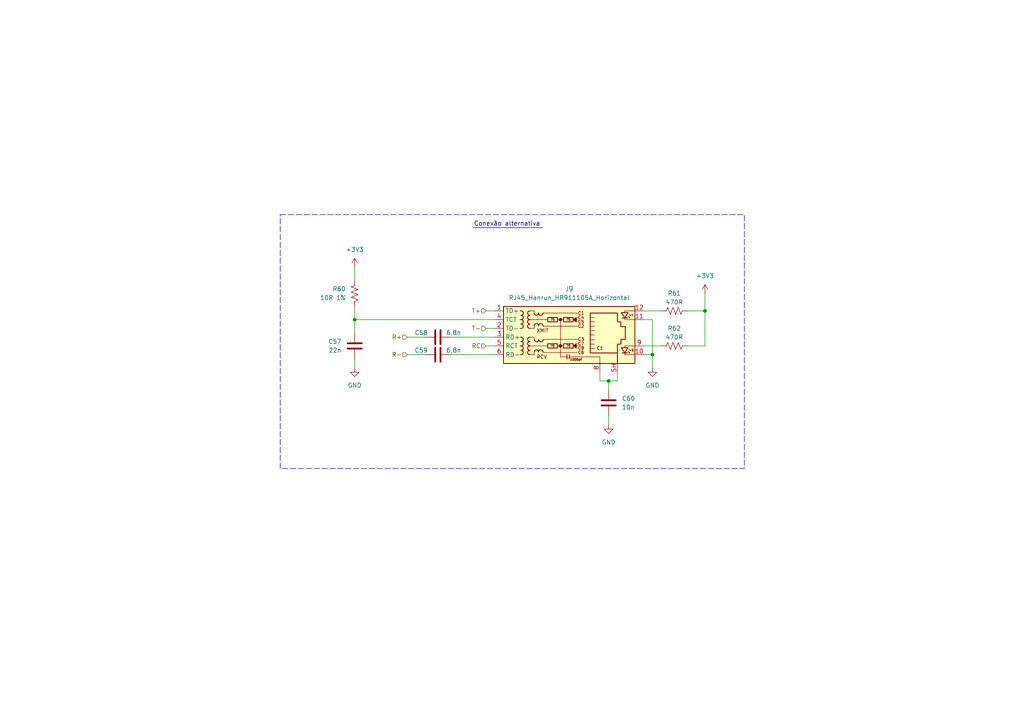
<source format=kicad_sch>
(kicad_sch (version 20231120) (generator "eeschema") (generator_version "8.0")
  (paper "A4")
  (title_block (title "SFP_IC") (date "2025-11-07") (rev "v1.0") (company "UNIFEI-LABTEL") (comment 1 "Autor: Josué Benevides Sanchez"))
  (lib_symbols
    (symbol "Connector:RJ45_Hanrun_HR911105A_Horizontal"
      (property "Reference" "J" (at 18.415 10.16 0))
      (property "Value" "RJ45_Hanrun_HR911105A_Horizontal" (at -19.05 10.16 0))
      (symbol "RJ45_Hanrun_HR911105A_Horizontal_0_0"
        (circle (center -1.27 -2.54) (radius 0.0001) (stroke (width 0.508)))
        (circle (center -1.27 5.08) (radius 0.0001) (stroke (width 0.508)))
        (polyline (pts (xy -1.27 5.08) (xy -1.27 -5.715)))
        (polyline (pts (xy 0.635 -5.08) (xy 0.635 -6.35)) (stroke (width 0.254)))
        (polyline (pts (xy 1.27 -5.08) (xy 1.27 -6.35)) (stroke (width 0.254)))
        (polyline (pts (xy 3.048 -2.54) (xy 2.54 -2.54)))
        (polyline (pts (xy 3.048 5.08) (xy 2.54 5.08)))
        (polyline (pts (xy 17.399 -3.048) (xy 17.399 -2.54) (xy 20.32 -2.54)))
        (polyline (pts (xy 17.399 7.112) (xy 17.399 7.62) (xy 20.32 7.62)))
        (polyline (pts (xy 20.32 -5.08) (xy 17.399 -5.08) (xy 17.399 -4.572)))
        (polyline (pts (xy 20.32 5.08) (xy 17.399 5.08) (xy 17.399 5.588)))
        (polyline (pts (xy 3.683 -1.905) (xy 3.048 -1.905) (xy 3.048 -3.175) (xy 3.683 -3.175)))
        (polyline (pts (xy 3.683 5.715) (xy 3.048 5.715) (xy 3.048 4.445) (xy 3.683 4.445)))
        (circle (center 3.048 -2.54) (radius 0.0001) (stroke (width 0.508)))
        (circle (center 3.048 5.08) (radius 0.0001) (stroke (width 0.508)))
        (text "C1" (at 4.699 6.985 0) (effects (font (size 0.889 0.889))))
        (text "C1" (at 10.16 -3.175 0) (effects (font (size 0.889 0.889))))
        (text "C2" (at 4.699 3.175 0) (effects (font (size 0.889 0.889))))
        (text "C3" (at 4.699 -0.635 0) (effects (font (size 0.889 0.889))))
        (text "C4" (at 4.699 5.715 0) (effects (font (size 0.889 0.889))))
        (text "C5" (at 4.699 4.445 0) (effects (font (size 0.889 0.889))))
        (text "C6" (at 4.699 -4.445 0) (effects (font (size 0.889 0.889))))
        (text "C7" (at 4.699 -1.905 0) (effects (font (size 0.889 0.889))))
        (text "C8" (at 4.699 -3.175 0) (effects (font (size 0.889 0.889))))
        (text "RCV" (at -8.255 -5.715 0) (effects (font (size 1.016 1.016)) (justify left)))
        (text "XMIT" (at -8.255 1.905 0) (effects (font (size 1.016 1.016)) (justify left)))
      )
      (symbol "RJ45_Hanrun_HR911105A_Horizontal_0_1"
        (rectangle (start -17.78 8.89) (end 20.32 -7.62) (stroke (width 0.254)) (fill (type background)))
        (polyline (pts (xy -12.7 -5.08) (xy -13.081 -5.08)))
        (polyline (pts (xy -12.7 -2.54) (xy -13.081 -2.54)))
        (polyline (pts (xy -12.7 0) (xy -13.081 0)))
        (polyline (pts (xy -12.7 2.54) (xy -13.081 2.54)))
        (polyline (pts (xy -12.7 5.08) (xy -13.081 5.08)))
        (polyline (pts (xy -12.7 7.62) (xy -13.081 7.62)))
        (polyline (pts (xy -6.35 -4.445) (xy 3.683 -4.445)))
        (polyline (pts (xy -6.35 3.175) (xy 3.683 3.175)))
        (polyline (pts (xy -6.35 6.985) (xy 3.683 6.985)))
        (polyline (pts (xy -6.223 -0.635) (xy 3.683 -0.635)))
        (polyline (pts (xy -5.08 -2.54) (xy -10.16 -2.54)))
        (polyline (pts (xy -4.953 5.08) (xy -10.16 5.08)))
        (polyline (pts (xy -2.159 -2.54) (xy -0.381 -2.54)))
        (polyline (pts (xy -2.159 5.08) (xy -0.381 5.08)))
        (polyline (pts (xy 0.635 -5.715) (xy -1.27 -5.715)))
        (polyline (pts (xy 7.366 -2.032) (xy 8.636 -2.032)))
        (polyline (pts (xy 7.366 -0.762) (xy 8.636 -0.762)))
        (polyline (pts (xy 7.366 0.635) (xy 8.636 0.635)))
        (polyline (pts (xy 7.366 1.905) (xy 8.636 1.905)))
        (polyline (pts (xy 7.366 3.175) (xy 8.636 3.175)))
        (polyline (pts (xy 8.636 -3.302) (xy 7.366 -3.302)))
        (polyline (pts (xy 8.636 4.445) (xy 7.366 4.445)))
        (polyline (pts (xy 8.636 5.715) (xy 7.366 5.715)))
        (polyline (pts (xy 10.16 -5.715) (xy 1.27 -5.715)))
        (polyline (pts (xy 10.16 -5.715) (xy 10.16 -7.62)))
        (polyline (pts (xy -10.16 0) (xy -8.89 0) (xy -8.89 -0.635)))
        (polyline (pts (xy -10.16 7.62) (xy -8.89 7.62) (xy -8.89 6.985)))
        (polyline (pts (xy -8.89 -4.445) (xy -8.89 -5.08) (xy -10.16 -5.08)))
        (polyline (pts (xy -8.89 3.175) (xy -8.89 2.54) (xy -10.16 2.54)))
      )
      (symbol "RJ45_Hanrun_HR911105A_Horizontal_1_0"
        (text "1000pF" (at 3.302 -6.477 0) (effects (font (size 0.635 0.635))))
      )
      (symbol "RJ45_Hanrun_HR911105A_Horizontal_1_1"
        (arc (start -12.7 -1.27) (mid -12.0677 -0.635) (end -12.7 0) (stroke (width 0.254)))
        (arc (start -12.6973 -5.08) (mid -12.065 -4.445) (end -12.6973 -3.81) (stroke (width 0.254)))
        (arc (start -12.6973 -3.81) (mid -12.065 -3.175) (end -12.6973 -2.54) (stroke (width 0.254)))
        (arc (start -12.6973 -2.54) (mid -12.065 -1.905) (end -12.6973 -1.27) (stroke (width 0.254)))
        (arc (start -12.6973 6.35) (mid -12.065 6.985) (end -12.6973 7.62) (stroke (width 0.254)))
        (arc (start -12.6946 2.54) (mid -12.0623 3.175) (end -12.6946 3.81) (stroke (width 0.254)))
        (arc (start -12.6946 3.81) (mid -12.0623 4.445) (end -12.6946 5.08) (stroke (width 0.254)))
        (arc (start -12.6946 5.08) (mid -12.0623 5.715) (end -12.6946 6.35) (stroke (width 0.254)))
        (arc (start -10.1654 -2.54) (mid -10.7977 -3.175) (end -10.1654 -3.81) (stroke (width 0.254)))
        (arc (start -10.1654 -1.27) (mid -10.7977 -1.905) (end -10.1654 -2.54) (stroke (width 0.254)))
        (arc (start -10.1654 0) (mid -10.7977 -0.635) (end -10.1654 -1.27) (stroke (width 0.254)))
        (arc (start -10.1654 5.08) (mid -10.7977 4.445) (end -10.1654 3.81) (stroke (width 0.254)))
        (arc (start -10.1654 6.35) (mid -10.7977 5.715) (end -10.1654 5.08) (stroke (width 0.254)))
        (arc (start -10.1654 7.62) (mid -10.7977 6.985) (end -10.1654 6.35) (stroke (width 0.254)))
        (arc (start -10.1627 -3.81) (mid -10.795 -4.445) (end -10.1627 -5.08) (stroke (width 0.254)))
        (arc (start -10.1627 3.81) (mid -10.795 3.175) (end -10.1627 2.54) (stroke (width 0.254)))
        (arc (start -8.89 6.9823) (mid -8.255 6.35) (end -7.62 6.9823) (stroke (width 0.254)))
        (arc (start -8.8265 -0.7012) (mid -8.1915 -1.3335) (end -7.5565 -0.7012) (stroke (width 0.254)))
        (arc (start -7.62 -4.3153) (mid -8.255 -3.683) (end -8.89 -4.3153) (stroke (width 0.254)))
        (arc (start -7.62 3.3047) (mid -8.255 3.937) (end -8.89 3.3047) (stroke (width 0.254)))
        (arc (start -7.62 6.985) (mid -6.985 6.3527) (end -6.35 6.985) (stroke (width 0.254)))
        (arc (start -7.5565 -0.6985) (mid -6.9215 -1.3308) (end -6.2865 -0.6985) (stroke (width 0.254)))
        (arc (start -6.35 -4.3126) (mid -6.985 -3.6803) (end -7.62 -4.3126) (stroke (width 0.254)))
        (arc (start -6.35 3.3074) (mid -6.985 3.9397) (end -7.62 3.3074) (stroke (width 0.254)))
        (rectangle (start -4.953 -1.905) (end -2.159 -3.175) (stroke (width 0.254)))
        (rectangle (start -4.953 5.715) (end -2.159 4.445) (stroke (width 0.254)))
        (rectangle (start -0.381 -1.905) (end 2.413 -3.175) (stroke (width 0.254)))
        (rectangle (start -0.381 5.715) (end 2.413 4.445) (stroke (width 0.254)))
        (polyline (pts (xy 15.24 -7.62) (xy 15.24 -4.572)) (stroke (width 0.254)))
        (polyline (pts (xy 18.161 -4.572) (xy 16.637 -4.572)) (stroke (width 0.254)))
        (polyline (pts (xy 18.161 5.588) (xy 16.637 5.588)) (stroke (width 0.254)))
        (polyline (pts (xy 18.796 -4.572) (xy 18.796 -4.318)))
        (polyline (pts (xy 18.796 5.588) (xy 18.796 5.842)))
        (polyline (pts (xy 19.05 -3.937) (xy 19.05 -3.683)))
        (polyline (pts (xy 19.05 6.223) (xy 19.05 6.477)))
        (polyline (pts (xy 18.288 -4.064) (xy 18.796 -4.572) (xy 18.542 -4.572)))
        (polyline (pts (xy 18.288 6.096) (xy 18.796 5.588) (xy 18.542 5.588)))
        (polyline (pts (xy 18.542 -3.429) (xy 19.05 -3.937) (xy 18.796 -3.937)))
        (polyline (pts (xy 18.542 6.731) (xy 19.05 6.223) (xy 18.796 6.223)))
        (polyline (pts (xy 18.288 -3.048) (xy 16.383 -3.048) (xy 17.399 -4.572) (xy 18.288 -3.048)) (stroke (width 0.254)))
        (polyline (pts (xy 18.288 7.112) (xy 16.383 7.112) (xy 17.399 5.588) (xy 18.288 7.112)) (stroke (width 0.254)))
        (polyline (pts (xy 7.366 -4.572) (xy 7.366 6.985) (xy 15.24 6.985) (xy 15.24 4.445) (xy 16.256 4.445) (xy 16.256 3.048) (xy 17.526 3.048) (xy 17.526 -0.635) (xy 16.256 -0.635) (xy 16.256 -2.032) (xy 15.24 -2.032) (xy 15.24 -4.572) (xy 7.366 -4.572)) (stroke (width 0.254)))
        (text "75" (at -3.556 -2.54 0) (effects (font (size 0.635 0.635))))
        (text "75" (at -3.556 5.08 0) (effects (font (size 0.635 0.635))))
        (text "75" (at 1.016 -2.54 0) (effects (font (size 0.635 0.635))))
        (text "75" (at 1.016 5.08 0) (effects (font (size 0.635 0.635))))
        (text "G" (at 19.685 -3.81 0) (effects (font (size 0.635 0.635))))
        (text "Y" (at 19.558 6.35 0) (effects (font (size 0.635 0.635))))
        (pin passive line (at -20.32 7.62 0) (length 2.54) (name "TD+") (number "1"))
        (pin passive line (at 22.86 -5.08 180) (length 2.54) (name "") (number "10"))
        (pin passive line (at 22.86 5.08 180) (length 2.54) (name "") (number "11"))
        (pin passive line (at 22.86 7.62 180) (length 2.54) (name "") (number "12"))
        (pin passive line (at -20.32 2.54 0) (length 2.54) (name "TD-") (number "2"))
        (pin passive line (at -20.32 0 0) (length 2.54) (name "RD+") (number "3"))
        (pin passive line (at -20.32 5.08 0) (length 2.54) (name "TCT") (number "4"))
        (pin passive line (at -20.32 -2.54 0) (length 2.54) (name "RCT") (number "5"))
        (pin passive line (at -20.32 -5.08 0) (length 2.54) (name "RD-") (number "6"))
        (pin no_connect line (at 20.32 0 0) (length 0) hide (name "NC") (number "7"))
        (pin power_in line (at 10.16 -10.16 90) (length 2.54) (name "") (number "8"))
        (pin passive line (at 22.86 -2.54 180) (length 2.54) (name "") (number "9"))
        (pin passive line (at 15.24 -10.16 90) (length 2.54) (name "") (number "SH"))
      )
    )
    (symbol "Device:C" (pin_numbers hide) (pin_names (offset 0.254))
      (property "Reference" "C" (at 0.635 2.54 0))
      (property "Value" "C" (at 0.635 -2.54 0))
      (symbol "C_0_1"
        (polyline (pts (xy -2.032 -0.762) (xy 2.032 -0.762)) (stroke (width 0.508)))
        (polyline (pts (xy -2.032 0.762) (xy 2.032 0.762)) (stroke (width 0.508)))
      )
      (symbol "C_1_1"
        (pin passive line (at 0 3.81 270) (length 2.794) (name "~") (number "1"))
        (pin passive line (at 0 -3.81 90) (length 2.794) (name "~") (number "2"))
      )
    )
    (symbol "Device:R_US" (pin_numbers hide) (pin_names (offset 0))
      (property "Reference" "R" (at 2.54 0 90))
      (property "Value" "R_US" (at -2.54 0 90))
      (symbol "R_US_0_1"
        (polyline (pts (xy 0 -2.286) (xy 0 -2.54)))
        (polyline (pts (xy 0 2.286) (xy 0 2.54)))
        (polyline (pts (xy 0 -0.762) (xy 1.016 -1.143) (xy 0 -1.524) (xy -1.016 -1.905) (xy 0 -2.286)))
        (polyline (pts (xy 0 0.762) (xy 1.016 0.381) (xy 0 0) (xy -1.016 -0.381) (xy 0 -0.762)))
        (polyline (pts (xy 0 2.286) (xy 1.016 1.905) (xy 0 1.524) (xy -1.016 1.143) (xy 0 0.762)))
      )
      (symbol "R_US_1_1"
        (pin passive line (at 0 3.81 270) (length 1.27) (name "~") (number "1"))
        (pin passive line (at 0 -3.81 90) (length 1.27) (name "~") (number "2"))
      )
    )
    (symbol "power:+3V3" (power) (pin_numbers hide) (pin_names (offset 0) hide)
      (property "Value" "+3V3" (at 0 3.556 0))
      (symbol "+3V3_0_1"
        (polyline (pts (xy -0.762 1.27) (xy 0 2.54)))
        (polyline (pts (xy 0 0) (xy 0 2.54)))
        (polyline (pts (xy 0 2.54) (xy 0.762 1.27)))
      )
      (symbol "+3V3_1_1"
        (pin power_in line (at 0 0 90) (length 0) (name "~") (number "1"))
      )
    )
    (symbol "power:GND" (power) (pin_numbers hide) (pin_names (offset 0) hide)
      (property "Value" "GND" (at 0 -3.81 0))
      (symbol "GND_0_1"
        (polyline (pts (xy 0 0) (xy 0 -1.27) (xy 1.27 -1.27) (xy 0 -2.54) (xy -1.27 -1.27) (xy 0 -1.27)))
      )
      (symbol "GND_1_1"
        (pin power_in line (at 0 0 270) (length 0) (name "~") (number "1"))
      )
    )
  )
  (junction (at 189.23 102.87))
  (junction (at 102.87 92.71))
  (junction (at 204.47 90.17))
  (junction (at 176.53 110.49))
  (wire (pts (xy 173.99 107.95) (xy 173.99 110.49)))
  (wire (pts (xy 186.69 92.71) (xy 189.23 92.71)))
  (wire (pts (xy 102.87 104.14) (xy 102.87 106.68)))
  (wire (pts (xy 173.99 110.49) (xy 176.53 110.49)))
  (wire (pts (xy 118.11 97.79) (xy 123.19 97.79)))
  (wire (pts (xy 176.53 110.49) (xy 176.53 113.03)))
  (wire (pts (xy 102.87 88.9) (xy 102.87 92.71)))
  (wire (pts (xy 204.47 85.09) (xy 204.47 90.17)))
  (wire (pts (xy 186.69 102.87) (xy 189.23 102.87)))
  (wire (pts (xy 186.69 90.17) (xy 191.77 90.17)))
  (wire (pts (xy 204.47 90.17) (xy 199.39 90.17)))
  (wire (pts (xy 130.81 102.87) (xy 143.51 102.87)))
  (wire (pts (xy 102.87 77.47) (xy 102.87 81.28)))
  (polyline (pts (xy 137.16 66.04) (xy 157.48 66.04)))
  (wire (pts (xy 179.07 107.95) (xy 179.07 110.49)))
  (wire (pts (xy 102.87 92.71) (xy 102.87 96.52)))
  (wire (pts (xy 186.69 100.33) (xy 191.77 100.33)))
  (wire (pts (xy 140.97 95.25) (xy 143.51 95.25)))
  (wire (pts (xy 102.87 92.71) (xy 143.51 92.71)))
  (wire (pts (xy 189.23 102.87) (xy 189.23 106.68)))
  (wire (pts (xy 204.47 100.33) (xy 204.47 90.17)))
  (wire (pts (xy 118.11 102.87) (xy 123.19 102.87)))
  (wire (pts (xy 199.39 100.33) (xy 204.47 100.33)))
  (wire (pts (xy 189.23 92.71) (xy 189.23 102.87)))
  (wire (pts (xy 140.97 90.17) (xy 143.51 90.17)))
  (wire (pts (xy 140.97 100.33) (xy 143.51 100.33)))
  (wire (pts (xy 176.53 120.65) (xy 176.53 123.19)))
  (wire (pts (xy 130.81 97.79) (xy 143.51 97.79)))
  (wire (pts (xy 179.07 110.49) (xy 176.53 110.49)))
  (rectangle (start 81.28 62.23) (end 215.9 135.89) (stroke (width 0) (type dash)))
  (text "Conexão alternativa" (at 147.066 65.024 0) (effects (font (size 1.27 1.27))))
  (hierarchical_label "R-" (shape input) (at 118.11 102.87 180))
  (hierarchical_label "RC" (shape input) (at 140.97 100.33 180))
  (hierarchical_label "R+" (shape input) (at 118.11 97.79 180))
  (hierarchical_label "T+" (shape input) (at 140.97 90.17 180))
  (hierarchical_label "T-" (shape input) (at 140.97 95.25 180))
  (symbol (lib_id "power:GND") (at 102.87 106.68 0) (unit 1) (in_bom no) (on_board no)
    (property "Reference" "#PWR073" (effects (hide yes)))
    (property "Value" "GND" (at 102.87 111.76 0))
    (property "Description" "Power symbol creates a global label with name \"GND\" , ground" (effects (hide yes)))
  )
  (symbol (lib_id "power:GND") (at 189.23 106.68 0) (unit 1) (in_bom no) (on_board no)
    (property "Reference" "#PWR075" (effects (hide yes)))
    (property "Value" "GND" (at 189.23 111.76 0))
    (property "Description" "Power symbol creates a global label with name \"GND\" , ground" (effects (hide yes)))
  )
  (symbol (lib_id "Connector:RJ45_Hanrun_HR911105A_Horizontal") (at 163.83 97.79 0) (unit 1) (in_bom no) (on_board no)
    (property "Reference" "J9" (at 165.1 83.82 0))
    (property "Value" "RJ45_Hanrun_HR911105A_Horizontal" (at 165.1 86.36 0))
    (property "Footprint" "Connector_RJ:RJ45_Hanrun_HR911105A_Horizontal" (effects (hide yes)))
    (property "Datasheet" "https://datasheet.lcsc.com/lcsc/1811141815_HANRUN-Zhongshan-HanRun-Elec-HR911105A_C12074.pdf" (effects (hide yes)))
    (property "Description" "1 Port RJ45 Magjack Connector Through Hole 10/100 Base-T, AutoMDIX" (effects (hide yes)))
  )
  (symbol (lib_id "Device:C") (at 127 97.79 90) (unit 1) (in_bom no) (on_board no)
    (property "Reference" "C58" (at 122.174 96.52 90))
    (property "Value" "6,8n" (at 131.572 96.52 90))
    (property "Footprint" "Capacitor_SMD:C_0603_1608Metric" (effects (hide yes)))
    (property "Description" "Unpolarized capacitor" (effects (hide yes)))
    (property "JLCPCB Part #" "C1631" (effects (hide yes)))
  )
  (symbol (lib_id "Device:R_US") (at 195.58 90.17 90) (unit 1) (in_bom no) (on_board no)
    (property "Reference" "R61" (at 195.58 85.09 90))
    (property "Value" "470R" (at 195.58 87.63 90))
    (property "Footprint" "Resistor_SMD:R_0603_1608Metric" (effects (hide yes)))
    (property "Description" "Resistor, US symbol" (effects (hide yes)))
    (property "JLCPCB Part #" "C23179" (effects (hide yes)))
  )
  (symbol (lib_id "power:+3V3") (at 204.47 85.09 0) (unit 1) (in_bom no) (on_board no)
    (property "Reference" "#PWR076" (effects (hide yes)))
    (property "Value" "+3V3" (at 204.47 80.01 0))
    (property "Description" "Power symbol creates a global label with name \"+3V3\"" (effects (hide yes)))
  )
  (symbol (lib_id "Device:C") (at 176.53 116.84 0) (unit 1) (in_bom no) (on_board no)
    (property "Reference" "C60" (at 180.34 115.5699 0) (effects (justify left)))
    (property "Value" "10n" (at 180.34 118.1099 0) (effects (justify left)))
    (property "Footprint" "Capacitor_SMD:C_0402_1005Metric" (effects (hide yes)))
    (property "Description" "Unpolarized capacitor" (effects (hide yes)))
    (property "JLCPCB Part #" "C15195" (effects (hide yes)))
  )
  (symbol (lib_id "power:+3V3") (at 102.87 77.47 0) (unit 1) (in_bom no) (on_board no)
    (property "Reference" "#PWR072" (effects (hide yes)))
    (property "Value" "+3V3" (at 102.87 72.39 0))
    (property "Description" "Power symbol creates a global label with name \"+3V3\"" (effects (hide yes)))
  )
  (symbol (lib_id "Device:C") (at 102.87 100.33 0) (unit 1) (in_bom no) (on_board no)
    (property "Reference" "C57" (at 99.06 99.0599 0) (effects (justify right)))
    (property "Value" "22n" (at 99.06 101.5999 0) (effects (justify right)))
    (property "Footprint" "Capacitor_SMD:C_0402_1005Metric" (effects (hide yes)))
    (property "Description" "Unpolarized capacitor" (effects (hide yes)))
    (property "JLCPCB Part #" "C1532" (effects (hide yes)))
  )
  (symbol (lib_id "Device:R_US") (at 102.87 85.09 0) (mirror x) (unit 1) (in_bom no) (on_board no)
    (property "Reference" "R60" (at 100.33 83.8199 0) (effects (justify right)))
    (property "Value" "10R 1%" (at 100.33 86.3599 0) (effects (justify right)))
    (property "Footprint" "Resistor_SMD:R_0402_1005Metric" (effects (hide yes)))
    (property "Description" "Resistor, US symbol" (effects (hide yes)))
    (property "JLCPCB Part #" "C25077" (effects (hide yes)))
  )
  (symbol (lib_id "Device:C") (at 127 102.87 90) (unit 1) (in_bom no) (on_board no)
    (property "Reference" "C59" (at 122.174 101.6 90))
    (property "Value" "6,8n" (at 131.572 101.6 90))
    (property "Footprint" "Capacitor_SMD:C_0603_1608Metric" (effects (hide yes)))
    (property "Description" "Unpolarized capacitor" (effects (hide yes)))
    (property "JLCPCB Part #" "C1631" (effects (hide yes)))
  )
  (symbol (lib_id "power:GND") (at 176.53 123.19 0) (unit 1) (in_bom no) (on_board no)
    (property "Reference" "#PWR074" (effects (hide yes)))
    (property "Value" "GND" (at 176.53 128.27 0))
    (property "Description" "Power symbol creates a global label with name \"GND\" , ground" (effects (hide yes)))
  )
  (symbol (lib_id "Device:R_US") (at 195.58 100.33 90) (unit 1) (in_bom no) (on_board no)
    (property "Reference" "R62" (at 195.58 95.25 90))
    (property "Value" "470R" (at 195.58 97.79 90))
    (property "Footprint" "Resistor_SMD:R_0603_1608Metric" (effects (hide yes)))
    (property "Description" "Resistor, US symbol" (effects (hide yes)))
    (property "JLCPCB Part #" "C23179" (effects (hide yes)))
  )
)
</source>
